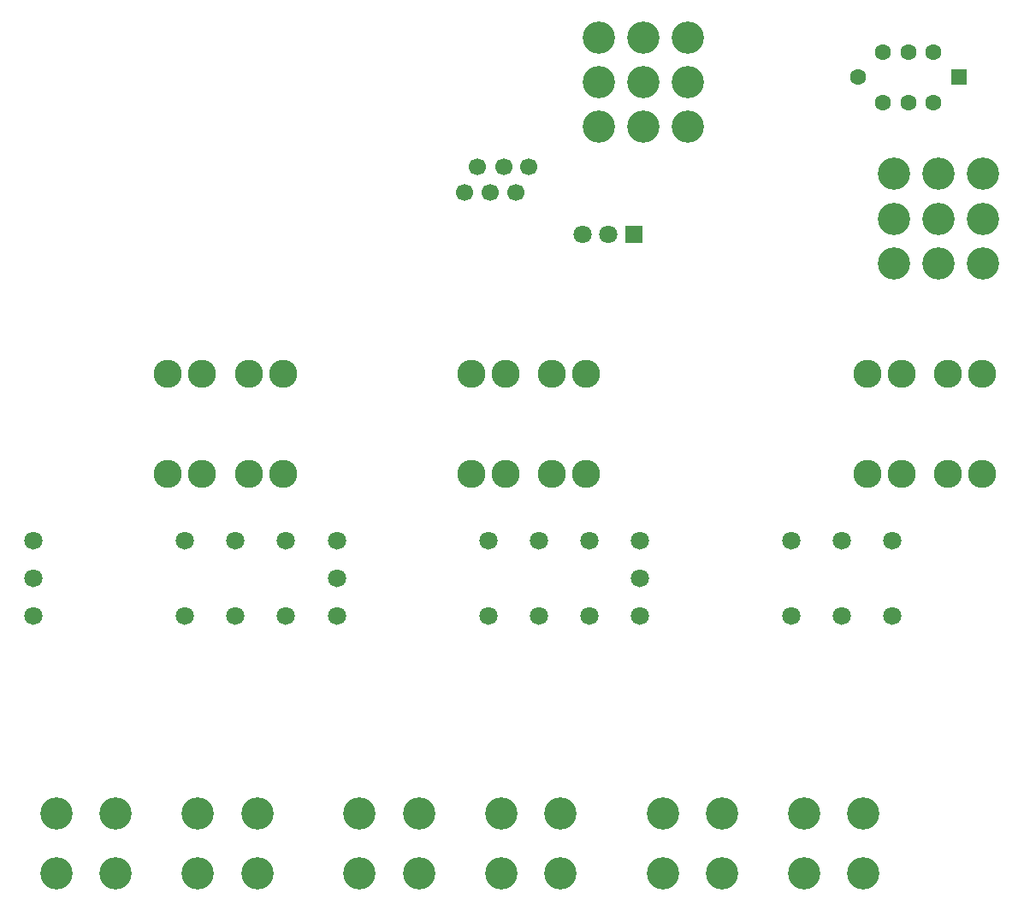
<source format=gbr>
%TF.GenerationSoftware,KiCad,Pcbnew,(5.1.9-0-10_14)*%
%TF.CreationDate,2021-05-17T23:47:06-07:00*%
%TF.ProjectId,tp_radio_board,74705f72-6164-4696-9f5f-626f6172642e,rev?*%
%TF.SameCoordinates,Original*%
%TF.FileFunction,Soldermask,Bot*%
%TF.FilePolarity,Negative*%
%FSLAX46Y46*%
G04 Gerber Fmt 4.6, Leading zero omitted, Abs format (unit mm)*
G04 Created by KiCad (PCBNEW (5.1.9-0-10_14)) date 2021-05-17 23:47:06*
%MOMM*%
%LPD*%
G01*
G04 APERTURE LIST*
%ADD10C,1.808000*%
%ADD11C,3.200000*%
%ADD12C,1.700000*%
%ADD13C,2.780000*%
%ADD14R,1.800000X1.800000*%
%ADD15C,1.800000*%
%ADD16C,1.600000*%
%ADD17R,1.600000X1.600000*%
G04 APERTURE END LIST*
D10*
%TO.C,K2*%
X57140008Y-157350000D03*
X72140008Y-157350000D03*
X77140008Y-157350000D03*
X82140008Y-157350000D03*
X82140008Y-149850000D03*
X77140008Y-149850000D03*
X72140008Y-149850000D03*
X57140008Y-149850000D03*
X57140008Y-153600000D03*
%TD*%
%TO.C,K3*%
X87140008Y-157350000D03*
X102140008Y-157350000D03*
X107140008Y-157350000D03*
X112140008Y-157350000D03*
X112140008Y-149850000D03*
X107140008Y-149850000D03*
X102140008Y-149850000D03*
X87140008Y-149850000D03*
X87140008Y-153600000D03*
%TD*%
%TO.C,K1*%
X27140008Y-157350000D03*
X42140008Y-157350000D03*
X47140008Y-157350000D03*
X52140008Y-157350000D03*
X52140008Y-149850000D03*
X47140008Y-149850000D03*
X42140008Y-149850000D03*
X27140008Y-149850000D03*
X27140008Y-153600000D03*
%TD*%
D11*
%TO.C,J10*%
X87500000Y-104500000D03*
X87500000Y-108935000D03*
X91935000Y-104500000D03*
X87500000Y-100065000D03*
X83065000Y-104500000D03*
X83065000Y-108935000D03*
X83065000Y-100065000D03*
X91935000Y-100065000D03*
X91935000Y-108935000D03*
%TD*%
%TO.C,J8*%
X116710000Y-118000000D03*
X116710000Y-122435000D03*
X121145000Y-118000000D03*
X116710000Y-113565000D03*
X112275000Y-118000000D03*
X112275000Y-122435000D03*
X112275000Y-113565000D03*
X121145000Y-113565000D03*
X121145000Y-122435000D03*
%TD*%
%TO.C,J7*%
X103405000Y-182785000D03*
X103405000Y-176915000D03*
X109275000Y-176915000D03*
X109275000Y-182785000D03*
%TD*%
%TO.C,J6*%
X73405000Y-182785000D03*
X73405000Y-176915000D03*
X79275000Y-176915000D03*
X79275000Y-182785000D03*
%TD*%
%TO.C,J5*%
X43405000Y-182785000D03*
X43405000Y-176915000D03*
X49275000Y-176915000D03*
X49275000Y-182785000D03*
%TD*%
%TO.C,J4*%
X89405000Y-182785000D03*
X89405000Y-176915000D03*
X95275000Y-176915000D03*
X95275000Y-182785000D03*
%TD*%
%TO.C,J3*%
X59405000Y-182785000D03*
X59405000Y-176915000D03*
X65275000Y-176915000D03*
X65275000Y-182785000D03*
%TD*%
%TO.C,J2*%
X29405000Y-182785000D03*
X29405000Y-176915000D03*
X35275000Y-176915000D03*
X35275000Y-182785000D03*
%TD*%
D12*
%TO.C,J9*%
X69825000Y-115440000D03*
X72365000Y-115440000D03*
X74905000Y-115440000D03*
X71095000Y-112900000D03*
X73655000Y-112900000D03*
X76175000Y-112900000D03*
%TD*%
D13*
%TO.C,F6*%
X117650000Y-143270000D03*
X121050000Y-143270000D03*
X117650000Y-133350000D03*
X121050000Y-133350000D03*
%TD*%
%TO.C,F5*%
X78440000Y-143270000D03*
X81840000Y-143270000D03*
X78440000Y-133350000D03*
X81840000Y-133350000D03*
%TD*%
%TO.C,F4*%
X48440000Y-143270000D03*
X51840000Y-143270000D03*
X48440000Y-133350000D03*
X51840000Y-133350000D03*
%TD*%
D14*
%TO.C,U3*%
X86590000Y-119570000D03*
D15*
X84050000Y-119570000D03*
X81510000Y-119570000D03*
%TD*%
D13*
%TO.C,F3*%
X109650000Y-143270000D03*
X113050000Y-143270000D03*
X109650000Y-133350000D03*
X113050000Y-133350000D03*
%TD*%
%TO.C,F2*%
X70440000Y-143270000D03*
X73840000Y-143270000D03*
X70440000Y-133350000D03*
X73840000Y-133350000D03*
%TD*%
%TO.C,F1*%
X40440000Y-143270000D03*
X43840000Y-143270000D03*
X40440000Y-133350000D03*
X43840000Y-133350000D03*
%TD*%
D16*
%TO.C,S1*%
X116210000Y-101500000D03*
X113710000Y-101500000D03*
X111210000Y-101500000D03*
X116210000Y-106500000D03*
X113710000Y-106500000D03*
X111210000Y-106500000D03*
D17*
X118710000Y-104000000D03*
D16*
X108710000Y-104000000D03*
%TD*%
M02*

</source>
